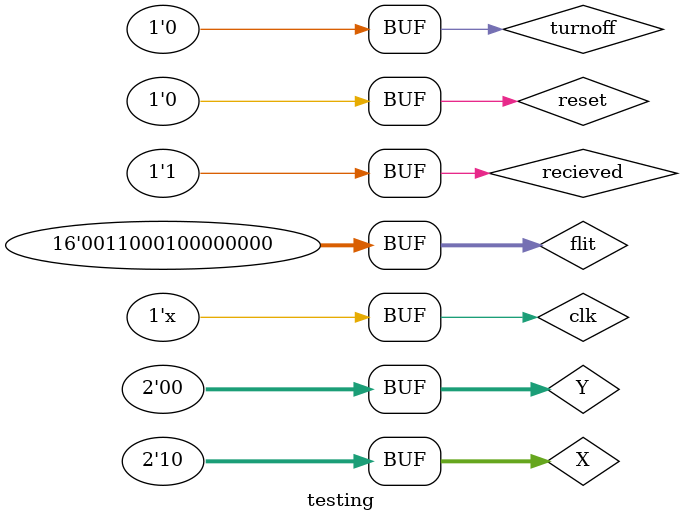
<source format=v>
module testing;
	wire en_EJ,write;
	reg [15:0] flit;
	reg turnoff,clk, reset,recieved;
	reg [1:0] X,Y;
	initial begin
		clk = 0;
		turnoff = 0;
		reset = 0;
		recieved = 0;
		X = 2'b10;
		Y = 2'b00;
		#10
		recieved = 1;
		flit = 16'b0011000101101011;
		#50
		flit = 16'b1011000101101011;
		#50
		flit = 16'b0011000100000000;
	end
	
	Packet_reciever ss(clk, reset, turnoff, recieved, flit, hand_shake,X, Y);
	
	always 
		#5 clk = ~clk;
	
endmodule

</source>
